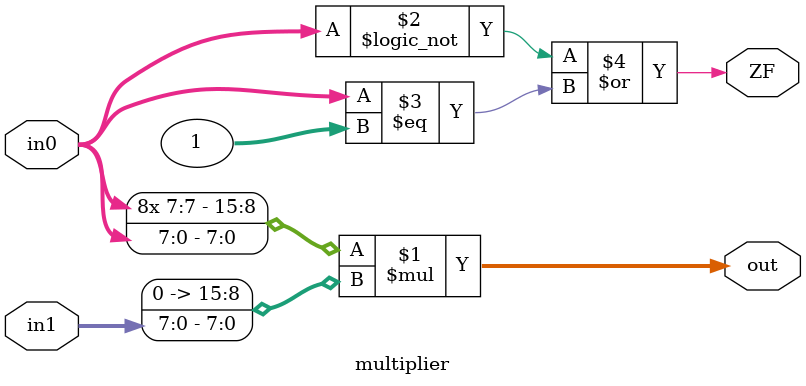
<source format=v>
module multiplier #(
    parameter BIT = 8
) (
    input   signed  [BIT - 1 : 0]       in0,
    input   signed  [BIT - 1 : 0]       in1,
    output  signed  [2*BIT - 1 : 0]     out,
    output                              ZF
);

    assign out = {{BIT{in0[BIT - 1]}}, in0} * {{BIT{1'b0}}, in1};
    assign ZF = (in0 == 0) | (in0 == 1);
    
endmodule
</source>
